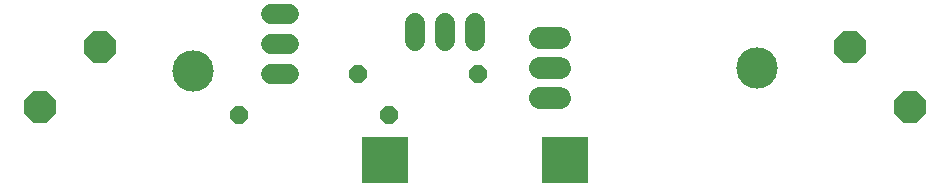
<source format=gts>
G75*
%MOIN*%
%OFA0B0*%
%FSLAX24Y24*%
%IPPOS*%
%LPD*%
%AMOC8*
5,1,8,0,0,1.08239X$1,22.5*
%
%ADD10C,0.0740*%
%ADD11C,0.1380*%
%ADD12OC8,0.0600*%
%ADD13C,0.0680*%
%ADD14R,0.1580X0.1580*%
%ADD15OC8,0.1080*%
%ADD16C,0.1379*%
D10*
X019350Y002980D02*
X020010Y002980D01*
X020010Y003980D02*
X019350Y003980D01*
X019350Y004980D02*
X020010Y004980D01*
D11*
X026580Y003980D03*
D12*
X009305Y002430D03*
X014305Y002430D03*
X013280Y003780D03*
X017280Y003780D03*
D13*
X017180Y004880D02*
X017180Y005480D01*
X016180Y005480D02*
X016180Y004880D01*
X015180Y004880D02*
X015180Y005480D01*
X010980Y005780D02*
X010380Y005780D01*
X010380Y004780D02*
X010980Y004780D01*
X010980Y003780D02*
X010380Y003780D01*
D14*
X014180Y000930D03*
X020180Y000930D03*
D15*
X031680Y002680D03*
X029680Y004680D03*
X004680Y004680D03*
X002680Y002680D03*
D16*
X007780Y003880D03*
X026580Y003980D03*
M02*

</source>
